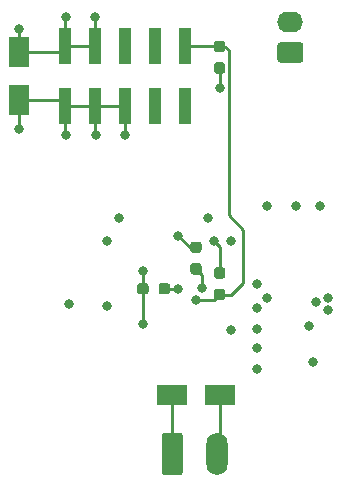
<source format=gbr>
%TF.GenerationSoftware,KiCad,Pcbnew,5.1.10-1.fc34*%
%TF.CreationDate,2021-09-08T08:00:36+01:00*%
%TF.ProjectId,cryosub_power_converter_top_v01,6372796f-7375-4625-9f70-6f7765725f63,rev?*%
%TF.SameCoordinates,Original*%
%TF.FileFunction,Copper,L4,Bot*%
%TF.FilePolarity,Positive*%
%FSLAX46Y46*%
G04 Gerber Fmt 4.6, Leading zero omitted, Abs format (unit mm)*
G04 Created by KiCad (PCBNEW 5.1.10-1.fc34) date 2021-09-08 08:00:36*
%MOMM*%
%LPD*%
G01*
G04 APERTURE LIST*
%TA.AperFunction,SMDPad,CuDef*%
%ADD10R,1.000000X3.150000*%
%TD*%
%TA.AperFunction,ComponentPad*%
%ADD11O,2.190000X1.740000*%
%TD*%
%TA.AperFunction,SMDPad,CuDef*%
%ADD12R,2.500000X1.800000*%
%TD*%
%TA.AperFunction,SMDPad,CuDef*%
%ADD13R,1.800000X2.500000*%
%TD*%
%TA.AperFunction,ComponentPad*%
%ADD14O,1.800000X3.600000*%
%TD*%
%TA.AperFunction,ViaPad*%
%ADD15C,0.800000*%
%TD*%
%TA.AperFunction,Conductor*%
%ADD16C,0.250000*%
%TD*%
G04 APERTURE END LIST*
D10*
%TO.P,J2,10*%
%TO.N,Net-(J2-Pad10)*%
X117080000Y-110525000D03*
%TO.P,J2,9*%
%TO.N,/thermistor*%
X117080000Y-105475000D03*
%TO.P,J2,8*%
%TO.N,Net-(J2-Pad8)*%
X114540000Y-110525000D03*
%TO.P,J2,7*%
%TO.N,Net-(J2-Pad7)*%
X114540000Y-105475000D03*
%TO.P,J2,6*%
%TO.N,GND*%
X112000000Y-110525000D03*
%TO.P,J2,5*%
%TO.N,Net-(J2-Pad5)*%
X112000000Y-105475000D03*
%TO.P,J2,4*%
%TO.N,GND*%
X109460000Y-110525000D03*
%TO.P,J2,3*%
%TO.N,/vload*%
X109460000Y-105475000D03*
%TO.P,J2,2*%
%TO.N,GND*%
X106920000Y-110525000D03*
%TO.P,J2,1*%
%TO.N,/vload*%
X106920000Y-105475000D03*
%TD*%
D11*
%TO.P,J3,2*%
%TO.N,GND*%
X126000000Y-103460000D03*
%TO.P,J3,1*%
%TO.N,/p5v_out*%
%TA.AperFunction,ComponentPad*%
G36*
G01*
X126845001Y-106870000D02*
X125154999Y-106870000D01*
G75*
G02*
X124905000Y-106620001I0J249999D01*
G01*
X124905000Y-105379999D01*
G75*
G02*
X125154999Y-105130000I249999J0D01*
G01*
X126845001Y-105130000D01*
G75*
G02*
X127095000Y-105379999I0J-249999D01*
G01*
X127095000Y-106620001D01*
G75*
G02*
X126845001Y-106870000I-249999J0D01*
G01*
G37*
%TD.AperFunction*%
%TD*%
D12*
%TO.P,D1,1*%
%TO.N,VDC*%
X116000000Y-135000000D03*
%TO.P,D1,2*%
%TO.N,GND*%
X120000000Y-135000000D03*
%TD*%
D13*
%TO.P,D2,2*%
%TO.N,GND*%
X103000000Y-110000000D03*
%TO.P,D2,1*%
%TO.N,/vload*%
X103000000Y-106000000D03*
%TD*%
%TO.P,J1,1*%
%TO.N,VDC*%
%TA.AperFunction,ComponentPad*%
G36*
G01*
X115100000Y-141550000D02*
X115100000Y-138450000D01*
G75*
G02*
X115350000Y-138200000I250000J0D01*
G01*
X116650000Y-138200000D01*
G75*
G02*
X116900000Y-138450000I0J-250000D01*
G01*
X116900000Y-141550000D01*
G75*
G02*
X116650000Y-141800000I-250000J0D01*
G01*
X115350000Y-141800000D01*
G75*
G02*
X115100000Y-141550000I0J250000D01*
G01*
G37*
%TD.AperFunction*%
D14*
%TO.P,J1,2*%
%TO.N,GND*%
X119810000Y-140000000D03*
%TD*%
%TO.P,R4,2*%
%TO.N,/thermistor*%
%TA.AperFunction,SMDPad,CuDef*%
G36*
G01*
X119762500Y-126012500D02*
X120237500Y-126012500D01*
G75*
G02*
X120475000Y-126250000I0J-237500D01*
G01*
X120475000Y-126750000D01*
G75*
G02*
X120237500Y-126987500I-237500J0D01*
G01*
X119762500Y-126987500D01*
G75*
G02*
X119525000Y-126750000I0J237500D01*
G01*
X119525000Y-126250000D01*
G75*
G02*
X119762500Y-126012500I237500J0D01*
G01*
G37*
%TD.AperFunction*%
%TO.P,R4,1*%
%TO.N,/On When Warm/VD1*%
%TA.AperFunction,SMDPad,CuDef*%
G36*
G01*
X119762500Y-124187500D02*
X120237500Y-124187500D01*
G75*
G02*
X120475000Y-124425000I0J-237500D01*
G01*
X120475000Y-124925000D01*
G75*
G02*
X120237500Y-125162500I-237500J0D01*
G01*
X119762500Y-125162500D01*
G75*
G02*
X119525000Y-124925000I0J237500D01*
G01*
X119525000Y-124425000D01*
G75*
G02*
X119762500Y-124187500I237500J0D01*
G01*
G37*
%TD.AperFunction*%
%TD*%
%TO.P,R5,2*%
%TO.N,GND*%
%TA.AperFunction,SMDPad,CuDef*%
G36*
G01*
X114837500Y-126237500D02*
X114837500Y-125762500D01*
G75*
G02*
X115075000Y-125525000I237500J0D01*
G01*
X115575000Y-125525000D01*
G75*
G02*
X115812500Y-125762500I0J-237500D01*
G01*
X115812500Y-126237500D01*
G75*
G02*
X115575000Y-126475000I-237500J0D01*
G01*
X115075000Y-126475000D01*
G75*
G02*
X114837500Y-126237500I0J237500D01*
G01*
G37*
%TD.AperFunction*%
%TO.P,R5,1*%
%TO.N,/On When Warm/vs*%
%TA.AperFunction,SMDPad,CuDef*%
G36*
G01*
X113012500Y-126237500D02*
X113012500Y-125762500D01*
G75*
G02*
X113250000Y-125525000I237500J0D01*
G01*
X113750000Y-125525000D01*
G75*
G02*
X113987500Y-125762500I0J-237500D01*
G01*
X113987500Y-126237500D01*
G75*
G02*
X113750000Y-126475000I-237500J0D01*
G01*
X113250000Y-126475000D01*
G75*
G02*
X113012500Y-126237500I0J237500D01*
G01*
G37*
%TD.AperFunction*%
%TD*%
%TO.P,R6,2*%
%TO.N,/On When Warm/vd2*%
%TA.AperFunction,SMDPad,CuDef*%
G36*
G01*
X117762500Y-123837500D02*
X118237500Y-123837500D01*
G75*
G02*
X118475000Y-124075000I0J-237500D01*
G01*
X118475000Y-124575000D01*
G75*
G02*
X118237500Y-124812500I-237500J0D01*
G01*
X117762500Y-124812500D01*
G75*
G02*
X117525000Y-124575000I0J237500D01*
G01*
X117525000Y-124075000D01*
G75*
G02*
X117762500Y-123837500I237500J0D01*
G01*
G37*
%TD.AperFunction*%
%TO.P,R6,1*%
%TO.N,/On When Warm/vg1*%
%TA.AperFunction,SMDPad,CuDef*%
G36*
G01*
X117762500Y-122012500D02*
X118237500Y-122012500D01*
G75*
G02*
X118475000Y-122250000I0J-237500D01*
G01*
X118475000Y-122750000D01*
G75*
G02*
X118237500Y-122987500I-237500J0D01*
G01*
X117762500Y-122987500D01*
G75*
G02*
X117525000Y-122750000I0J237500D01*
G01*
X117525000Y-122250000D01*
G75*
G02*
X117762500Y-122012500I237500J0D01*
G01*
G37*
%TD.AperFunction*%
%TD*%
%TO.P,R8,1*%
%TO.N,VDC*%
%TA.AperFunction,SMDPad,CuDef*%
G36*
G01*
X120237500Y-107812500D02*
X119762500Y-107812500D01*
G75*
G02*
X119525000Y-107575000I0J237500D01*
G01*
X119525000Y-107075000D01*
G75*
G02*
X119762500Y-106837500I237500J0D01*
G01*
X120237500Y-106837500D01*
G75*
G02*
X120475000Y-107075000I0J-237500D01*
G01*
X120475000Y-107575000D01*
G75*
G02*
X120237500Y-107812500I-237500J0D01*
G01*
G37*
%TD.AperFunction*%
%TO.P,R8,2*%
%TO.N,/thermistor*%
%TA.AperFunction,SMDPad,CuDef*%
G36*
G01*
X120237500Y-105987500D02*
X119762500Y-105987500D01*
G75*
G02*
X119525000Y-105750000I0J237500D01*
G01*
X119525000Y-105250000D01*
G75*
G02*
X119762500Y-105012500I237500J0D01*
G01*
X120237500Y-105012500D01*
G75*
G02*
X120475000Y-105250000I0J-237500D01*
G01*
X120475000Y-105750000D01*
G75*
G02*
X120237500Y-105987500I-237500J0D01*
G01*
G37*
%TD.AperFunction*%
%TD*%
D15*
%TO.N,VDC*%
X123200000Y-129400000D03*
X123200000Y-131000000D03*
X123200000Y-132800000D03*
%TO.N,GND*%
X123200000Y-125600000D03*
X124000000Y-126800000D03*
X123200000Y-127600000D03*
X128202593Y-127124996D03*
X129200000Y-126800000D03*
X129200000Y-127800000D03*
%TO.N,/vload*%
X109460000Y-103040000D03*
X107000000Y-103000000D03*
X103000000Y-104000000D03*
%TO.N,GND*%
X107000000Y-113000000D03*
X109500000Y-113000000D03*
X112000000Y-113000000D03*
X103000000Y-112500000D03*
X110500000Y-122000000D03*
X119000000Y-120000000D03*
X116500000Y-126000000D03*
X126500000Y-119000000D03*
X128500000Y-119000000D03*
X124000000Y-119000000D03*
X127550000Y-129150000D03*
X127950000Y-132250000D03*
%TO.N,/On When Warm/VD1*%
X119500000Y-122000000D03*
%TO.N,/On When Warm/vs*%
X113500000Y-124500000D03*
X113500000Y-129000000D03*
%TO.N,/On When Warm/vg1*%
X116500000Y-121500000D03*
%TO.N,/thermistor*%
X118000000Y-127000000D03*
%TO.N,/On When Warm/vd2*%
X118551318Y-125956175D03*
%TO.N,VDC*%
X120000000Y-109000000D03*
X107280000Y-127280000D03*
X110500000Y-127500000D03*
X121000000Y-122000000D03*
X121000000Y-129500000D03*
X111500000Y-120000000D03*
%TD*%
D16*
%TO.N,VDC*%
X123200000Y-129200000D02*
X123200000Y-129400000D01*
%TO.N,GND*%
X128200000Y-127122403D02*
X128202593Y-127124996D01*
X128200000Y-127000000D02*
X128200000Y-127122403D01*
%TO.N,/vload*%
X109460000Y-105475000D02*
X109460000Y-103040000D01*
X106920000Y-103080000D02*
X107000000Y-103000000D01*
X106920000Y-105475000D02*
X106920000Y-103080000D01*
X103000000Y-106000000D02*
X103000000Y-104000000D01*
X106395000Y-106000000D02*
X106920000Y-105475000D01*
X103000000Y-106000000D02*
X106395000Y-106000000D01*
X106920000Y-105475000D02*
X109460000Y-105475000D01*
%TO.N,GND*%
X106920000Y-112920000D02*
X107000000Y-113000000D01*
X106920000Y-110525000D02*
X106920000Y-112920000D01*
X109460000Y-112960000D02*
X109500000Y-113000000D01*
X109460000Y-110525000D02*
X109460000Y-112960000D01*
X112000000Y-110525000D02*
X112000000Y-113000000D01*
X106395000Y-110000000D02*
X106920000Y-110525000D01*
X103000000Y-110000000D02*
X106395000Y-110000000D01*
X103000000Y-110000000D02*
X103000000Y-112500000D01*
X106920000Y-110525000D02*
X109460000Y-110525000D01*
X109460000Y-110525000D02*
X112000000Y-110525000D01*
X120000000Y-139810000D02*
X119810000Y-140000000D01*
X120000000Y-135000000D02*
X120000000Y-139810000D01*
X115325000Y-126000000D02*
X116500000Y-126000000D01*
%TO.N,/On When Warm/VD1*%
X120000000Y-124675000D02*
X120000000Y-122500000D01*
X120000000Y-122500000D02*
X119500000Y-122000000D01*
%TO.N,/On When Warm/vs*%
X113500000Y-126000000D02*
X113500000Y-124500000D01*
X113500000Y-126000000D02*
X113500000Y-129000000D01*
%TO.N,/On When Warm/vg1*%
X117500000Y-122500000D02*
X116500000Y-121500000D01*
X118000000Y-122500000D02*
X117500000Y-122500000D01*
%TO.N,/thermistor*%
X119975000Y-105475000D02*
X120000000Y-105500000D01*
X117080000Y-105475000D02*
X119975000Y-105475000D01*
X119500000Y-127000000D02*
X120000000Y-126500000D01*
X118000000Y-127000000D02*
X119500000Y-127000000D01*
X120000000Y-105500000D02*
X120500000Y-105500000D01*
X120800010Y-105800010D02*
X120800010Y-119800010D01*
X120500000Y-105500000D02*
X120800010Y-105800010D01*
X120800010Y-119800010D02*
X122000000Y-121000000D01*
X122000000Y-121000000D02*
X122000000Y-125500000D01*
X121000000Y-126500000D02*
X120000000Y-126500000D01*
X122000000Y-125500000D02*
X121000000Y-126500000D01*
%TO.N,/On When Warm/vd2*%
X118551318Y-124876318D02*
X118000000Y-124325000D01*
X118551318Y-125956175D02*
X118551318Y-124876318D01*
%TO.N,VDC*%
X120000000Y-107325000D02*
X120000000Y-109000000D01*
X116000000Y-135000000D02*
X116000000Y-140000000D01*
%TD*%
M02*

</source>
